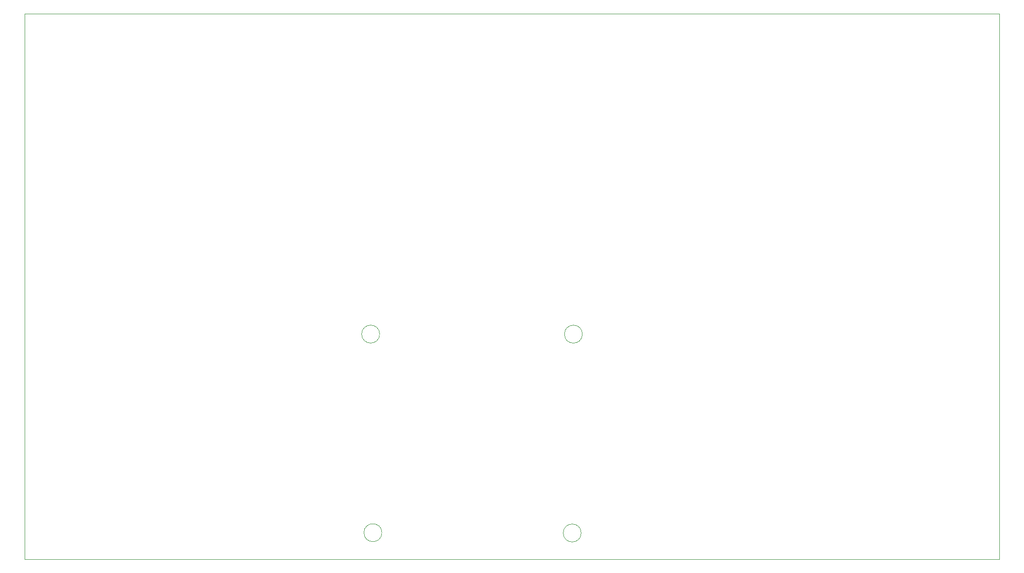
<source format=gbr>
%TF.GenerationSoftware,KiCad,Pcbnew,(5.1.7)-1*%
%TF.CreationDate,2023-02-24T20:45:29+00:00*%
%TF.ProjectId,quizbuzzer,7175697a-6275-47a7-9a65-722e6b696361,V0.1.0*%
%TF.SameCoordinates,Original*%
%TF.FileFunction,Profile,NP*%
%FSLAX46Y46*%
G04 Gerber Fmt 4.6, Leading zero omitted, Abs format (unit mm)*
G04 Created by KiCad (PCBNEW (5.1.7)-1) date 2023-02-24 20:45:29*
%MOMM*%
%LPD*%
G01*
G04 APERTURE LIST*
%TA.AperFunction,Profile*%
%ADD10C,0.050000*%
%TD*%
G04 APERTURE END LIST*
D10*
X32950000Y-13410000D02*
X32950000Y-110940000D01*
X206970000Y-13410000D02*
X32950000Y-13410000D01*
X206970000Y-110940000D02*
X206970000Y-13410000D01*
X32950000Y-110940000D02*
X206970000Y-110940000D01*
X96340000Y-70690000D02*
G75*
G03*
X96340000Y-70690000I-1600000J0D01*
G01*
X132530000Y-70700000D02*
G75*
G03*
X132530000Y-70700000I-1600000J0D01*
G01*
X96740000Y-106200000D02*
G75*
G03*
X96740000Y-106200000I-1600000J0D01*
G01*
X132320000Y-106250000D02*
G75*
G03*
X132320000Y-106250000I-1600000J0D01*
G01*
M02*

</source>
